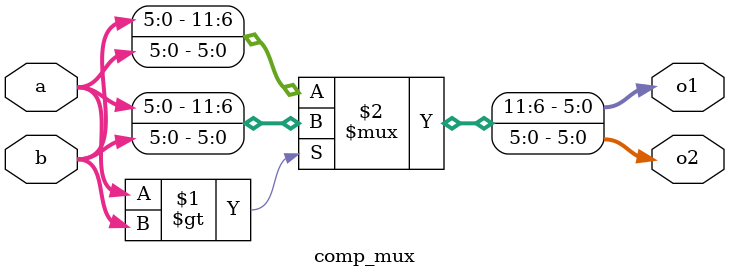
<source format=sv>
module Sort(
    // Input signals
    in_num0,
    in_num1,
    in_num2,
    in_num3,
    in_num4,
    // Output signals
    out_num
);
//---------------------------------------------------------------------
//   INPUT AND OUTPUT DECLARATION                         
//---------------------------------------------------------------------
localparam BITS = 6;
input [BITS - 1:0] in_num0;
input [BITS - 1:0] in_num1;
input [BITS - 1:0] in_num2;
input [BITS - 1:0] in_num3;
input [BITS - 1:0] in_num4;
output logic [BITS - 1:0] out_num;

//---------------------------------------------------------------------
//   LOGIC DECLARATION
//---------------------------------------------------------------------

logic [BITS - 1:0] s0[4:0], s1[4:0], s2[4:0], s3[4:0], s4[4:0];

//---------------------------------------------------------------------
//   Your design                        
//---------------------------------------------------------------------

//            -------        
// in_num0 -> |     | -> s0_0 ------------> s1_0    ......
//            |  c0 |                               ......
//            |  _0 |            -------            ......
// in_num1 -> |     | -> s0_1 -> |     | -> s1_1    ...... 
//            -------            |  c1 |            ...... 
//            -------            |  _0 |            ...... 
// in_num2 -> |     | -> s0_2 -> |     | -> s1_2    ...... 
//            |  c1 |            -------            ......
//            |  _1 |            -------            ......
// in_num3 -> |     | -> s0_3 -> |     | -> s1_3    ...... 
//            -------            |  c1 |            ...... 
//                               |  _1 |            ...... 
// in_num4 ------------> s0_4 -> |     | -> s1_4    ...... 
//                               -------         

comp_mux c0_0(in_num0, in_num1, s0[0], s0[1]);
comp_mux c0_1(in_num2, in_num3, s0[2], s0[3]);
assign s0[4] = in_num4;

assign s1[0] = s0[0];
comp_mux c1_0(s0[1], s0[2], s1[1], s1[2]);
comp_mux c1_1(s0[3], s0[4], s1[3], s1[4]);

comp_mux c2_0(s1[0], s1[1], s2[0], s2[1]);
comp_mux c2_1(s1[2], s1[3], s2[2], s2[3]);
assign s2[4] = s1[4];

assign s3[0] = s2[0];
comp_mux c3_0(s2[1], s2[2], s3[1], s3[2]);
comp_mux c3_1(s2[3], s2[4], s3[3], s3[4]);

comp_mux c4_0(s3[0], s3[1], s4[0], s4[1]);
comp_mux c4_1(s3[2], s3[3], s4[2], s4[3]);
assign s4[4] = s3[4];

assign out_num = s4[2];

endmodule

module comp_mux#(parameter BITS = 6)(a, b, o1, o2);
    input [BITS - 1:0] a;
    input [BITS - 1:0] b;

    output [BITS - 1:0] o1;
    output [BITS - 1:0] o2;

    assign {o1, o2} = a > b ? {a, b} : {b, a};
endmodule
</source>
